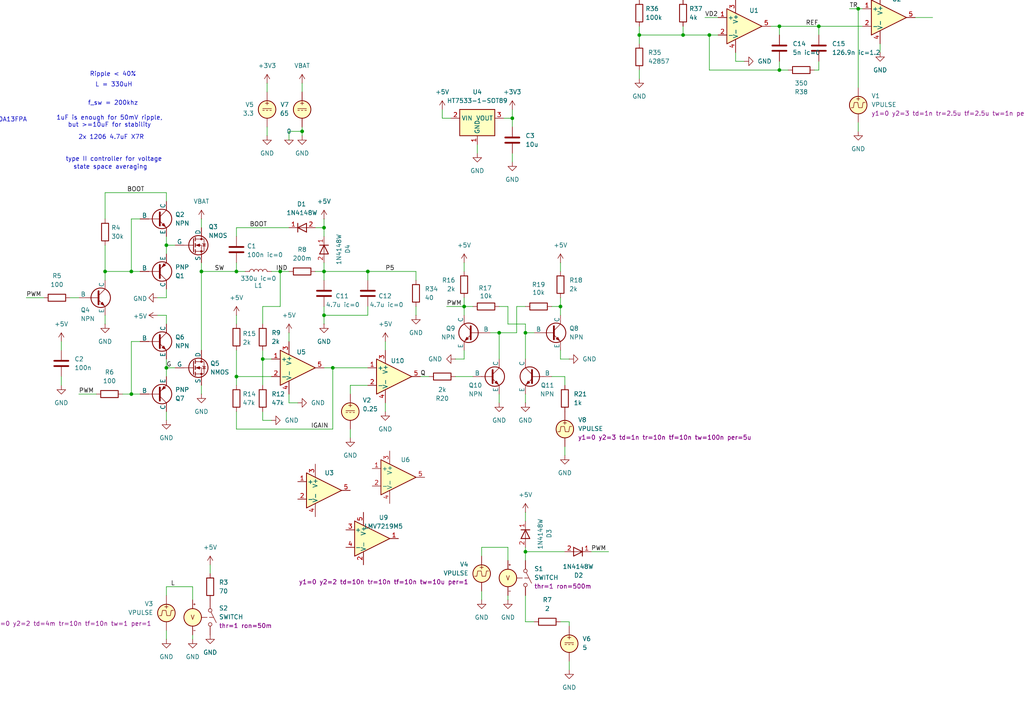
<source format=kicad_sch>
(kicad_sch (version 20250114) (generator "eeschema") (generator_version "9.0")
  (paper "A4")
  (text "f_sw = 200khz" (at 32.766 29.972 0) (effects (font (size 1.27 1.27))))
  (text "ZXMP10A13FPA" (at 0.508 34.798 0) (effects (font (size 1.27 1.27))))
  (text "type II controller for voltage" (at 33.02 46.228 0) (effects (font (size 1.27 1.27))))
  (text "Ripple < 40%" (at 32.766 21.59 0) (effects (font (size 1.27 1.27))))
  (text "2x 1206 4.7uF X7R" (at 32.258 39.878 0) (effects (font (size 1.27 1.27))))
  (text "1uF is enough for 50mV ripple,\nbut >=10uF for stability" (at 31.75 35.306 0) (effects (font (size 1.27 1.27))))
  (text "L = 330uH" (at 33.02 24.638 0) (effects (font (size 1.27 1.27))))
  (text "state space averaging" (at 32.004 48.514 0) (effects (font (size 1.27 1.27))))
  (junction (at 106.68 78.74))
  (junction (at 76.2 104.14))
  (junction (at 185.42 10.16))
  (junction (at 162.56 88.9))
  (junction (at 38.1 114.3))
  (junction (at 226.06 7.62))
  (junction (at 30.48 78.74))
  (junction (at 93.98 91.44))
  (junction (at 96.52 106.68))
  (junction (at 246.38 -31.75))
  (junction (at 226.06 -29.21))
  (junction (at 256.54 -33.02))
  (junction (at 68.58 78.74))
  (junction (at 93.98 78.74))
  (junction (at 134.62 88.9))
  (junction (at 152.4 96.52))
  (junction (at 48.26 106.68))
  (junction (at 226.06 20.32))
  (junction (at 68.58 109.22))
  (junction (at 205.74 10.16))
  (junction (at 93.98 66.04))
  (junction (at 152.4 160.02))
  (junction (at 213.36 -49.53))
  (junction (at 87.63 38.1))
  (junction (at 213.36 -29.21))
  (junction (at 38.1 78.74))
  (junction (at 48.26 71.12))
  (junction (at 185.42 -2.54))
  (junction (at 248.92 2.54))
  (junction (at 144.78 96.52))
  (junction (at 237.49 7.62))
  (junction (at 81.28 78.74))
  (junction (at 58.42 78.74))
  (junction (at 198.12 10.16))
  (junction (at 148.59 34.29))
  (wire (pts (xy 213.36 17.78) (xy 213.36 15.24)))
  (wire (pts (xy 48.26 106.68) (xy 48.26 109.22)))
  (wire (pts (xy 48.26 71.12) (xy 50.8 71.12)))
  (wire (pts (xy 38.1 114.3) (xy 40.64 114.3)))
  (wire (pts (xy 256.54 -22.86) (xy 256.54 -20.32)))
  (wire (pts (xy 152.4 88.9) (xy 149.86 88.9)))
  (wire (pts (xy 121.92 109.22) (xy 124.46 109.22)))
  (wire (pts (xy 83.82 38.1) (xy 87.63 38.1)))
  (wire (pts (xy 77.47 24.13) (xy 77.47 26.67)))
  (wire (pts (xy 265.43 5.08) (xy 270.51 5.08)))
  (wire (pts (xy 93.98 63.5) (xy 93.98 66.04)))
  (wire (pts (xy 134.62 88.9) (xy 137.16 88.9)))
  (wire (pts (xy 129.54 88.9) (xy 134.62 88.9)))
  (wire (pts (xy 87.63 36.83) (xy 87.63 38.1)))
  (wire (pts (xy 226.06 7.62) (xy 237.49 7.62)))
  (wire (pts (xy 68.58 119.38) (xy 68.58 124.46)))
  (wire (pts (xy 30.48 78.74) (xy 30.48 81.28)))
  (wire (pts (xy 35.56 114.3) (xy 38.1 114.3)))
  (wire (pts (xy 48.26 182.88) (xy 48.26 185.42)))
  (wire (pts (xy 30.48 55.88) (xy 48.26 55.88)))
  (wire (pts (xy 152.4 96.52) (xy 154.94 96.52)))
  (wire (pts (xy 106.68 78.74) (xy 120.65 78.74)))
  (wire (pts (xy 193.04 -49.53) (xy 213.36 -49.53)))
  (wire (pts (xy 204.47 5.08) (xy 208.28 5.08)))
  (wire (pts (xy 77.47 36.83) (xy 77.47 39.37)))
  (wire (pts (xy 223.52 -34.29) (xy 228.6 -34.29)))
  (wire (pts (xy 148.59 44.45) (xy 148.59 46.99)))
  (wire (pts (xy 163.83 111.76) (xy 163.83 109.22)))
  (wire (pts (xy 17.78 109.22) (xy 17.78 111.76)))
  (wire (pts (xy 38.1 99.06) (xy 40.64 99.06)))
  (wire (pts (xy 68.58 76.2) (xy 68.58 78.74)))
  (wire (pts (xy 91.44 66.04) (xy 93.98 66.04)))
  (wire (pts (xy 246.38 -31.75) (xy 250.19 -31.75)))
  (wire (pts (xy 205.74 10.16) (xy 208.28 10.16)))
  (wire (pts (xy 30.48 91.44) (xy 30.48 93.98)))
  (wire (pts (xy 246.38 -31.75) (xy 243.84 -31.75)))
  (wire (pts (xy 163.83 109.22) (xy 160.02 109.22)))
  (wire (pts (xy 83.82 96.52) (xy 83.82 99.06)))
  (wire (pts (xy 30.48 78.74) (xy 38.1 78.74)))
  (wire (pts (xy 148.59 34.29) (xy 148.59 36.83)))
  (wire (pts (xy 86.36 116.84) (xy 83.82 116.84)))
  (wire (pts (xy 165.1 191.77) (xy 165.1 194.31)))
  (wire (pts (xy 198.12 -2.54) (xy 195.58 -2.54)))
  (wire (pts (xy 237.49 17.78) (xy 237.49 20.32)))
  (wire (pts (xy 68.58 101.6) (xy 68.58 109.22)))
  (wire (pts (xy 78.74 78.74) (xy 81.28 78.74)))
  (wire (pts (xy 101.6 124.46) (xy 101.6 127)))
  (wire (pts (xy 93.98 88.9) (xy 93.98 91.44)))
  (wire (pts (xy 185.42 10.16) (xy 198.12 10.16)))
  (wire (pts (xy 147.32 88.9) (xy 147.32 93.98)))
  (wire (pts (xy 48.26 86.36) (xy 48.26 83.82)))
  (wire (pts (xy 55.88 170.18) (xy 55.88 173.99)))
  (wire (pts (xy 226.06 20.32) (xy 228.6 20.32)))
  (wire (pts (xy 233.68 -41.91) (xy 233.68 -39.37)))
  (wire (pts (xy 38.1 99.06) (xy 38.1 114.3)))
  (wire (pts (xy 223.52 -29.21) (xy 226.06 -29.21)))
  (wire (pts (xy 58.42 111.76) (xy 58.42 114.3)))
  (wire (pts (xy 30.48 71.12) (xy 30.48 78.74)))
  (wire (pts (xy 162.56 86.36) (xy 162.56 88.9)))
  (wire (pts (xy 236.22 -17.78) (xy 226.06 -17.78)))
  (wire (pts (xy 40.64 63.5) (xy 38.1 63.5)))
  (wire (pts (xy 248.92 35.56) (xy 248.92 38.1)))
  (wire (pts (xy 255.27 -5.08) (xy 255.27 -2.54)))
  (wire (pts (xy 149.86 96.52) (xy 144.78 96.52)))
  (wire (pts (xy 147.32 93.98) (xy 152.4 93.98)))
  (wire (pts (xy 68.58 66.04) (xy 83.82 66.04)))
  (wire (pts (xy 87.63 24.13) (xy 87.63 26.67)))
  (wire (pts (xy 111.76 116.84) (xy 111.76 119.38)))
  (wire (pts (xy 93.98 66.04) (xy 93.98 68.58)))
  (wire (pts (xy 152.4 180.34) (xy 152.4 172.72)))
  (wire (pts (xy 83.82 40.64) (xy 83.82 38.1)))
  (wire (pts (xy 20.32 86.36) (xy 22.86 86.36)))
  (wire (pts (xy 144.78 96.52) (xy 142.24 96.52)))
  (wire (pts (xy 48.26 119.38) (xy 48.26 121.92)))
  (wire (pts (xy 106.68 91.44) (xy 106.68 88.9)))
  (wire (pts (xy 78.74 121.92) (xy 76.2 121.92)))
  (wire (pts (xy 147.32 158.75) (xy 147.32 162.56)))
  (wire (pts (xy 152.4 158.75) (xy 152.4 160.02)))
  (wire (pts (xy 76.2 101.6) (xy 76.2 104.14)))
  (wire (pts (xy 248.92 2.54) (xy 248.92 25.4)))
  (wire (pts (xy 162.56 76.2) (xy 162.56 78.74)))
  (wire (pts (xy 111.76 99.06) (xy 111.76 101.6)))
  (wire (pts (xy 93.98 91.44) (xy 93.98 93.98)))
  (wire (pts (xy 132.08 104.14) (xy 134.62 104.14)))
  (wire (pts (xy 193.04 -31.75) (xy 193.04 -49.53)))
  (wire (pts (xy 144.78 96.52) (xy 144.78 104.14)))
  (wire (pts (xy 198.12 10.16) (xy 198.12 7.62)))
  (wire (pts (xy 93.98 76.2) (xy 93.98 78.74)))
  (wire (pts (xy 144.78 88.9) (xy 147.32 88.9)))
  (wire (pts (xy 7.62 86.36) (xy 12.7 86.36)))
  (wire (pts (xy 45.72 91.44) (xy 48.26 91.44)))
  (wire (pts (xy 93.98 78.74) (xy 106.68 78.74)))
  (wire (pts (xy 45.72 86.36) (xy 48.26 86.36)))
  (wire (pts (xy 55.88 185.42) (xy 55.88 184.15)))
  (wire (pts (xy 248.92 2.54) (xy 250.19 2.54)))
  (wire (pts (xy 256.54 -45.72) (xy 256.54 -43.18)))
  (wire (pts (xy 38.1 78.74) (xy 40.64 78.74)))
  (wire (pts (xy 255.27 12.7) (xy 255.27 15.24)))
  (wire (pts (xy 139.7 161.29) (xy 139.7 158.75)))
  (wire (pts (xy 93.98 91.44) (xy 106.68 91.44)))
  (wire (pts (xy 163.83 129.54) (xy 163.83 132.08)))
  (wire (pts (xy 83.82 116.84) (xy 83.82 114.3)))
  (wire (pts (xy 171.45 160.02) (xy 176.53 160.02)))
  (wire (pts (xy 134.62 76.2) (xy 134.62 78.74)))
  (wire (pts (xy 48.26 104.14) (xy 48.26 106.68)))
  (wire (pts (xy 101.6 111.76) (xy 106.68 111.76)))
  (wire (pts (xy 256.54 -33.02) (xy 256.54 -30.48)))
  (wire (pts (xy 120.65 88.9) (xy 120.65 91.44)))
  (wire (pts (xy 152.4 180.34) (xy 154.94 180.34)))
  (wire (pts (xy 120.65 81.28) (xy 120.65 78.74)))
  (wire (pts (xy 185.42 -2.54) (xy 187.96 -2.54)))
  (wire (pts (xy 87.63 38.1) (xy 87.63 39.37)))
  (wire (pts (xy 17.78 99.06) (xy 17.78 101.6)))
  (wire (pts (xy 68.58 109.22) (xy 68.58 111.76)))
  (wire (pts (xy 68.58 109.22) (xy 78.74 109.22)))
  (wire (pts (xy 76.2 121.92) (xy 76.2 119.38)))
  (wire (pts (xy 68.58 78.74) (xy 71.12 78.74)))
  (wire (pts (xy 76.2 104.14) (xy 78.74 104.14)))
  (wire (pts (xy 162.56 180.34) (xy 165.1 180.34)))
  (wire (pts (xy 226.06 -17.78) (xy 226.06 -29.21)))
  (wire (pts (xy 213.36 -2.54) (xy 213.36 0)))
  (wire (pts (xy 185.42 10.16) (xy 185.42 12.7)))
  (wire (pts (xy 22.86 114.3) (xy 27.94 114.3)))
  (wire (pts (xy 213.36 -49.53) (xy 215.9 -49.53)))
  (wire (pts (xy 139.7 171.45) (xy 139.7 173.99)))
  (wire (pts (xy 246.38 -31.75) (xy 246.38 -49.53)))
  (wire (pts (xy 210.82 -29.21) (xy 213.36 -29.21)))
  (wire (pts (xy 68.58 66.04) (xy 68.58 68.58)))
  (wire (pts (xy 160.02 88.9) (xy 162.56 88.9)))
  (wire (pts (xy 152.4 160.02) (xy 152.4 162.56)))
  (wire (pts (xy 58.42 78.74) (xy 58.42 101.6)))
  (wire (pts (xy 213.36 -39.37) (xy 213.36 -29.21)))
  (wire (pts (xy 213.36 -49.53) (xy 213.36 -46.99)))
  (wire (pts (xy 165.1 104.14) (xy 162.56 104.14)))
  (wire (pts (xy 205.74 10.16) (xy 205.74 20.32)))
  (wire (pts (xy 81.28 88.9) (xy 81.28 78.74)))
  (wire (pts (xy 68.58 124.46) (xy 96.52 124.46)))
  (wire (pts (xy 246.38 -49.53) (xy 223.52 -49.53)))
  (wire (pts (xy 233.68 -24.13) (xy 233.68 -21.59)))
  (wire (pts (xy 30.48 55.88) (xy 30.48 63.5)))
  (wire (pts (xy 134.62 104.14) (xy 134.62 101.6)))
  (wire (pts (xy 226.06 7.62) (xy 226.06 10.16)))
  (wire (pts (xy 237.49 7.62) (xy 250.19 7.62)))
  (wire (pts (xy 60.96 163.83) (xy 60.96 166.37)))
  (wire (pts (xy 132.08 109.22) (xy 137.16 109.22)))
  (wire (pts (xy 226.06 17.78) (xy 226.06 20.32)))
  (wire (pts (xy 101.6 114.3) (xy 101.6 111.76)))
  (wire (pts (xy 185.42 20.32) (xy 185.42 22.86)))
  (wire (pts (xy 152.4 114.3) (xy 152.4 116.84)))
  (wire (pts (xy 48.26 68.58) (xy 48.26 71.12)))
  (wire (pts (xy 226.06 20.32) (xy 205.74 20.32)))
  (wire (pts (xy 128.27 31.75) (xy 128.27 34.29)))
  (wire (pts (xy 226.06 -29.21) (xy 228.6 -29.21)))
  (wire (pts (xy 48.26 55.88) (xy 48.26 58.42)))
  (wire (pts (xy 256.54 -35.56) (xy 256.54 -33.02)))
  (wire (pts (xy 152.4 160.02) (xy 163.83 160.02)))
  (wire (pts (xy 138.43 41.91) (xy 138.43 44.45)))
  (wire (pts (xy 152.4 96.52) (xy 152.4 104.14)))
  (wire (pts (xy 223.52 7.62) (xy 226.06 7.62)))
  (wire (pts (xy 68.58 91.44) (xy 68.58 93.98)))
  (wire (pts (xy 256.54 -33.02) (xy 260.35 -33.02)))
  (wire (pts (xy 162.56 88.9) (xy 162.56 91.44)))
  (wire (pts (xy 147.32 173.99) (xy 147.32 172.72)))
  (wire (pts (xy 96.52 106.68) (xy 96.52 124.46)))
  (wire (pts (xy 128.27 34.29) (xy 130.81 34.29)))
  (wire (pts (xy 243.84 -17.78) (xy 246.38 -17.78)))
  (wire (pts (xy 38.1 63.5) (xy 38.1 78.74)))
  (wire (pts (xy 190.5 -26.67) (xy 195.58 -26.67)))
  (wire (pts (xy 76.2 88.9) (xy 76.2 93.98)))
  (wire (pts (xy 200.66 -39.37) (xy 200.66 -36.83)))
  (wire (pts (xy 149.86 88.9) (xy 149.86 96.52)))
  (wire (pts (xy 96.52 106.68) (xy 106.68 106.68)))
  (wire (pts (xy 215.9 17.78) (xy 213.36 17.78)))
  (wire (pts (xy 185.42 7.62) (xy 185.42 10.16)))
  (wire (pts (xy 148.59 34.29) (xy 146.05 34.29)))
  (wire (pts (xy 162.56 104.14) (xy 162.56 101.6)))
  (wire (pts (xy 152.4 93.98) (xy 152.4 96.52)))
  (wire (pts (xy 134.62 86.36) (xy 134.62 88.9)))
  (wire (pts (xy 93.98 81.28) (xy 93.98 78.74)))
  (wire (pts (xy 198.12 0) (xy 198.12 -2.54)))
  (wire (pts (xy 148.59 31.75) (xy 148.59 34.29)))
  (wire (pts (xy 213.36 -29.21) (xy 215.9 -29.21)))
  (wire (pts (xy 48.26 170.18) (xy 55.88 170.18)))
  (wire (pts (xy 83.82 78.74) (xy 81.28 78.74)))
  (wire (pts (xy 246.38 -17.78) (xy 246.38 -31.75)))
  (wire (pts (xy 134.62 88.9) (xy 134.62 91.44)))
  (wire (pts (xy 48.26 71.12) (xy 48.26 73.66)))
  (wire (pts (xy 58.42 76.2) (xy 58.42 78.74)))
  (wire (pts (xy 193.04 -31.75) (xy 195.58 -31.75)))
  (wire (pts (xy 198.12 10.16) (xy 205.74 10.16)))
  (wire (pts (xy 58.42 78.74) (xy 68.58 78.74)))
  (wire (pts (xy 48.26 91.44) (xy 48.26 93.98)))
  (wire (pts (xy 48.26 172.72) (xy 48.26 170.18)))
  (wire (pts (xy 76.2 88.9) (xy 81.28 88.9)))
  (wire (pts (xy 58.42 63.5) (xy 58.42 66.04)))
  (wire (pts (xy 91.44 78.74) (xy 93.98 78.74)))
  (wire (pts (xy 93.98 106.68) (xy 96.52 106.68)))
  (wire (pts (xy 200.66 -21.59) (xy 200.66 -19.05)))
  (wire (pts (xy 48.26 106.68) (xy 50.8 106.68)))
  (wire (pts (xy 106.68 78.74) (xy 106.68 81.28)))
  (wire (pts (xy 185.42 0) (xy 185.42 -2.54)))
  (wire (pts (xy 237.49 10.16) (xy 237.49 7.62)))
  (wire (pts (xy 76.2 104.14) (xy 76.2 111.76)))
  (wire (pts (xy 237.49 20.32) (xy 236.22 20.32)))
  (wire (pts (xy 139.7 158.75) (xy 147.32 158.75)))
  (wire (pts (xy 246.38 2.54) (xy 248.92 2.54)))
  (wire (pts (xy 144.78 114.3) (xy 144.78 116.84)))
  (wire (pts (xy 165.1 181.61) (xy 165.1 180.34)))
  (wire (pts (xy 152.4 148.59) (xy 152.4 151.13)))
  (label "Q" (at 121.92 109.22 0))
  (label "BOOT" (at 72.39 66.04 0))
  (label "VD2" (at 190.5 -26.67 0))
  (label "VD2" (at 204.47 5.08 0))
  (label "P5" (at 111.76 78.74 0))
  (label "TR" (at 246.38 2.54 0))
  (label "IGAIN" (at 90.17 124.46 0))
  (label "VD2" (at 256.54 -33.02 0))
  (label "IND" (at 80.01 78.74 0))
  (label "PWM" (at 171.45 160.02 0))
  (label "BOOT" (at 36.83 55.88 0))
  (label "PWM" (at 22.86 114.3 0))
  (label "TR2" (at 246.38 -31.75 0))
  (label "VD2" (at 223.52 -34.29 0))
  (label "PWM" (at 129.54 88.9 0))
  (label "REF" (at 233.68 7.62 0))
  (label "L" (at 49.53 170.18 0))
  (label "SQ" (at 210.82 -29.21 0))
  (label "PWM" (at 7.62 86.36 0))
  (label "SW" (at 62.23 78.74 0))
  (label "G" (at 48.26 106.68 0))
  (symbol (lib_id "Simulation_SPICE:D") (at 152.4 154.94 90) (mirror x) (unit 1)
    (property "Reference" "D3" (at 159.258 153.416 0) (effects (justify left)))
    (property "Value" "1N4148W" (at 156.718 150.368 0) (effects (justify left)))
    (property "Datasheet" "https://ngspice.sourceforge.io/docs/ngspice-html-manual/manual.xhtml#cha_DIODEs" (effects (hide yes)))
    (property "Description" "Diode for simulation or PCB" (effects (hide yes)))
    (property "Sim.Library" "/home/miguel/Projects/kicad-lib/spice/1n4148w.spice" (effects (hide yes)))
    (property "Sim.Name" "1N4148W" (effects (hide yes)))
    (property "Sim.Device" "D" (effects (hide yes)))
    (property "Sim.Pins" "1=K 2=A" (effects (hide yes)))
  )
  (symbol (lib_id "Simulation_SPICE:NPN") (at 137.16 96.52 0) (mirror y) (unit 1)
    (property "Reference" "Q9" (at 132.08 95.2499 0) (effects (justify left)))
    (property "Value" "NPN" (at 132.08 97.7899 0) (effects (justify left)))
    (property "Datasheet" "https://ngspice.sourceforge.io/docs/ngspice-html-manual/manual.xhtml#cha_BJTs" (effects (hide yes)))
    (property "Description" "Bipolar transistor symbol for simulation only, substrate tied to the emitter" (effects (hide yes)))
    (property "Sim.Device" "NPN" (effects (hide yes)))
    (property "Sim.Type" "GUMMELPOON" (effects (hide yes)))
    (property "Sim.Pins" "1=C 2=B 3=E" (effects (hide yes)))
  )
  (symbol (lib_id "power:+5V") (at 111.76 99.06 0) (unit 1)
    (property "Reference" "#PWR037" (effects (hide yes)))
    (property "Value" "+5V" (at 111.76 93.98 0))
    (property "Description" "Power symbol creates a global label with name \"+5V\"" (effects (hide yes)))
  )
  (symbol (lib_id "Device:R") (at 219.71 -29.21 270) (unit 1) (exclude_from_sim yes)
    (property "Reference" "R13" (at 219.71 -22.86 90))
    (property "Value" "63k" (at 219.71 -25.4 90))
    (property "Description" "Resistor" (effects (hide yes)))
  )
  (symbol (lib_id "Simulation_SPICE:VDC") (at 101.6 119.38 0) (unit 1)
    (property "Reference" "V2" (at 105.156 116.078 0) (effects (justify left)))
    (property "Value" "0.25" (at 105.156 118.618 0) (effects (justify left)))
    (property "Datasheet" "https://ngspice.sourceforge.io/docs/ngspice-html-manual/manual.xhtml#sec_Independent_Sources_for" (effects (hide yes)))
    (property "Description" "Voltage source, DC" (effects (hide yes)))
    (property "Sim.Pins" "1=+ 2=-" (effects (hide yes)))
    (property "Sim.Type" "DC" (effects (hide yes)))
    (property "Sim.Device" "V" (effects (hide yes)))
  )
  (symbol (lib_id "Simulation_SPICE:NMOS") (at 55.88 71.12 0) (unit 1)
    (property "Reference" "Q3" (at 60.452 65.786 0) (effects (justify left)))
    (property "Value" "NMOS" (at 60.452 68.326 0) (effects (justify left)))
    (property "Datasheet" "https://ngspice.sourceforge.io/docs/ngspice-html-manual/manual.xhtml#cha_MOSFETs" (effects (hide yes)))
    (property "Description" "N-MOSFET transistor, drain/source/gate" (effects (hide yes)))
    (property "Sim.Device" "NMOS" (effects (hide yes)))
    (property "Sim.Type" "VDMOS" (effects (hide yes)))
    (property "Sim.Pins" "1=D 2=G 3=S" (effects (hide yes)))
    (property "Sim.Params" "vto=2 cgdmax=1e-10 cgs=1e-10" (effects (hide yes)))
  )
  (symbol (lib_id "power:GND") (at 255.27 15.24 0) (unit 1) (exclude_from_sim yes)
    (property "Reference" "#PWR016" (effects (hide yes)))
    (property "Value" "GND" (at 255.27 20.32 0))
    (property "Description" "Power symbol creates a global label with name \"GND\" , ground" (effects (hide yes)))
  )
  (symbol (lib_id "Device:C") (at 148.59 40.64 0) (unit 1) (exclude_from_sim yes)
    (property "Reference" "C3" (at 152.4 39.3699 0) (effects (justify left)))
    (property "Value" "10u" (at 152.4 41.9099 0) (effects (justify left)))
    (property "Footprint" "Resistor_SMD:R_0603_1608Metric" (effects (hide yes)))
    (property "Description" "Unpolarized capacitor" (effects (hide yes)))
    (property "LCSC" "C19702" (effects (hide yes)))
  )
  (symbol (lib_id "power:+5V") (at 45.72 91.44 90) (unit 1)
    (property "Reference" "#PWR014" (effects (hide yes)))
    (property "Value" "+5V" (at 40.64 91.694 90))
    (property "Description" "Power symbol creates a global label with name \"+5V\"" (effects (hide yes)))
  )
  (symbol (lib_id "Device:R") (at 219.71 -49.53 90) (unit 1) (exclude_from_sim yes)
    (property "Reference" "R10" (at 219.71 -55.88 90))
    (property "Value" "20k" (at 219.71 -53.34 90))
    (property "Description" "Resistor" (effects (hide yes)))
  )
  (symbol (lib_id "Simulation_SPICE:OPAMP") (at 236.22 -31.75 0) (unit 1) (exclude_from_sim yes)
    (property "Reference" "U7" (at 237.998 -37.7191 0))
    (property "Value" "${SIM.PARAMS}" (effects (hide yes)))
    (property "Datasheet" "https://ngspice.sourceforge.io/docs/ngspice-html-manual/manual.xhtml#sec__SUBCKT_Subcircuits" (effects (hide yes)))
    (property "Description" "Operational amplifier, single" (effects (hide yes)))
    (property "Sim.Pins" "1=in+ 2=in- 3=vcc 4=vee 5=out" (effects (hide yes)))
    (property "Sim.Device" "SUBCKT" (effects (hide yes)))
    (property "Sim.Library" "${KICAD9_SYMBOL_DIR}/Simulation_SPICE.sp" (effects (hide yes)))
    (property "Sim.Name" "kicad_builtin_opamp" (effects (hide yes)))
    (property "Sim.Params" "POLE=70 GAIN=100k ROUT=1m" (effects (hide yes)))
  )
  (symbol (lib_id "Device:L") (at 74.93 78.74 90) (unit 1)
    (property "Reference" "L1" (at 74.93 82.804 90))
    (property "Value" "330u ic=0" (at 74.93 80.772 90))
    (property "Description" "Inductor" (effects (hide yes)))
  )
  (symbol (lib_id "power:GND") (at 144.78 116.84 0) (unit 1)
    (property "Reference" "#PWR048" (effects (hide yes)))
    (property "Value" "GND" (at 144.78 121.92 0))
    (property "Description" "Power symbol creates a global label with name \"GND\" , ground" (effects (hide yes)))
  )
  (symbol (lib_id "power:GND") (at 48.26 121.92 0) (unit 1)
    (property "Reference" "#PWR01" (effects (hide yes)))
    (property "Value" "GND" (at 48.26 127 0))
    (property "Description" "Power symbol creates a global label with name \"GND\" , ground" (effects (hide yes)))
  )
  (symbol (lib_id "power:GND") (at 77.47 39.37 0) (unit 1)
    (property "Reference" "#PWR050" (effects (hide yes)))
    (property "Value" "GND" (at 77.47 44.45 0))
    (property "Description" "Power symbol creates a global label with name \"GND\" , ground" (effects (hide yes)))
  )
  (symbol (lib_id "Simulation_SPICE:VPULSE") (at 248.92 30.48 0) (unit 1) (exclude_from_sim yes)
    (property "Reference" "V1" (at 252.73 27.8101 0) (effects (justify left)))
    (property "Value" "VPULSE" (at 252.73 30.3501 0) (effects (justify left)))
    (property "Datasheet" "https://ngspice.sourceforge.io/docs/ngspice-html-manual/manual.xhtml#sec_Independent_Sources_for" (effects (hide yes)))
    (property "Description" "Voltage source, pulse" (effects (hide yes)))
    (property "Sim.Pins" "1=+ 2=-" (effects (hide yes)))
    (property "Sim.Type" "PULSE" (effects (hide yes)))
    (property "Sim.Device" "V" (effects (hide yes)))
    (property "Sim.Params" "y1=0 y2=3 td=1n tr=2.5u tf=2.5u tw=1n per=5u" (at 252.73 32.8901 0) (effects (justify left)))
  )
  (symbol (lib_id "Device:C") (at 226.06 13.97 180) (unit 1) (exclude_from_sim yes)
    (property "Reference" "C14" (at 229.87 12.6999 0) (effects (justify right)))
    (property "Value" "5n ic=0" (at 229.87 15.2399 0) (effects (justify right)))
    (property "Description" "Unpolarized capacitor" (effects (hide yes)))
  )
  (symbol (lib_id "power:VCC") (at 77.47 24.13 0) (unit 1)
    (property "Reference" "#PWR019" (effects (hide yes)))
    (property "Value" "+3V3" (at 77.47 19.05 0))
    (property "Description" "Power symbol creates a global label with name \"VCC\"" (effects (hide yes)))
  )
  (symbol (lib_id "Comparator:LMV7219M5") (at 107.95 156.21 0) (unit 1) (exclude_from_sim yes)
    (property "Reference" "U9" (at 111.252 150.114 0))
    (property "Value" "LMV7219M5" (at 111.252 152.654 0))
    (property "Footprint" "Package_TO_SOT_SMD:SOT-23-5" (effects (hide yes)))
    (property "Datasheet" "https://www.ti.com/lit/ds/symlink/lmv7219.pdf" (effects (hide yes)))
    (property "Description" "Single Low-Power High-Speed Push-Pull Output Comparator, SOT-23-5" (effects (hide yes)))
    (property "Sim.Library" "/home/miguel/Projects/kicad-lib/spice/lmv7219.spice" (effects (hide yes)))
    (property "Sim.Name" "LMV7219" (effects (hide yes)))
    (property "Sim.Device" "SUBCKT" (effects (hide yes)))
    (property "Sim.Pins" "1=18 2=2 3=22 4=6 5=1" (effects (hide yes)))
  )
  (symbol (lib_id "Device:R") (at 185.42 16.51 0) (unit 1) (exclude_from_sim yes)
    (property "Reference" "R35" (at 187.96 15.2399 0) (effects (justify left)))
    (property "Value" "42857" (at 187.96 17.7799 0) (effects (justify left)))
    (property "Description" "Resistor" (effects (hide yes)))
  )
  (symbol (lib_id "Simulation_SPICE:NPN") (at 45.72 99.06 0) (unit 1)
    (property "Reference" "Q6" (at 50.8 97.7899 0) (effects (justify left)))
    (property "Value" "NPN" (at 50.8 100.3299 0) (effects (justify left)))
    (property "Datasheet" "https://ngspice.sourceforge.io/docs/ngspice-html-manual/manual.xhtml#cha_BJTs" (effects (hide yes)))
    (property "Description" "Bipolar transistor symbol for simulation only, substrate tied to the emitter" (effects (hide yes)))
    (property "Sim.Device" "NPN" (effects (hide yes)))
    (property "Sim.Type" "GUMMELPOON" (effects (hide yes)))
    (property "Sim.Pins" "1=C 2=B 3=E" (effects (hide yes)))
    (property "Sim.Params" "bf=1000" (effects (hide yes)))
  )
  (symbol (lib_id "Device:R") (at 128.27 109.22 90) (mirror x) (unit 1)
    (property "Reference" "R20" (at 128.27 115.57 90))
    (property "Value" "2k" (at 128.27 113.03 90))
    (property "Description" "Resistor" (effects (hide yes)))
  )
  (symbol (lib_id "power:GND") (at 185.42 22.86 0) (unit 1) (exclude_from_sim yes)
    (property "Reference" "#PWR033" (effects (hide yes)))
    (property "Value" "GND" (at 185.42 27.94 0))
    (property "Description" "Power symbol creates a global label with name \"GND\" , ground" (effects (hide yes)))
  )
  (symbol (lib_id "power:GND") (at 55.88 185.42 0) (unit 1)
    (property "Reference" "#PWR09" (effects (hide yes)))
    (property "Value" "GND" (at 55.88 190.5 0))
    (property "Description" "Power symbol creates a global label with name \"GND\" , ground" (effects (hide yes)))
  )
  (symbol (lib_id "Regulator_Linear:HT75xx-1-SOT89") (at 138.43 36.83 0) (unit 1) (exclude_from_sim yes)
    (property "Reference" "U4" (at 138.43 26.67 0))
    (property "Value" "HT7533-1-SOT89" (at 138.43 29.21 0))
    (property "Footprint" "Package_TO_SOT_SMD:SOT-89-3" (effects (hide yes)))
    (property "Datasheet" "https://www.holtek.com/documents/10179/116711/HT75xx-1v250.pdf" (effects (hide yes)))
    (property "Description" "100mA Low Dropout Voltage Regulator, Fixed Output, SOT89" (effects (hide yes)))
    (property "LCSC" "C14289" (effects (hide yes)))
  )
  (symbol (lib_id "Device:R") (at 140.97 88.9 90) (mirror x) (unit 1)
    (property "Reference" "R17" (at 140.716 83.566 90))
    (property "Value" "10k" (at 140.97 85.852 90))
    (property "Description" "Resistor" (effects (hide yes)))
  )
  (symbol (lib_id "power:+5V") (at 68.58 91.44 0) (unit 1)
    (property "Reference" "#PWR031" (effects (hide yes)))
    (property "Value" "+5V" (at 68.58 86.36 0))
    (property "Description" "Power symbol creates a global label with name \"+5V\"" (effects (hide yes)))
  )
  (symbol (lib_id "power:GND") (at 139.7 173.99 0) (mirror y) (unit 1)
    (property "Reference" "#PWR015" (effects (hide yes)))
    (property "Value" "GND" (at 139.7 179.07 0))
    (property "Description" "Power symbol creates a global label with name \"GND\" , ground" (effects (hide yes)))
  )
  (symbol (lib_id "Device:R") (at 76.2 97.79 0) (unit 1)
    (property "Reference" "R9" (at 78.74 96.5199 0) (effects (justify left)))
    (property "Value" "2k" (at 78.74 99.0599 0) (effects (justify left)))
    (property "Description" "Resistor" (effects (hide yes)))
  )
  (symbol (lib_id "Simulation_SPICE:SWITCH") (at 60.96 179.07 0) (unit 1)
    (property "Reference" "S2" (at 63.5 176.4029 0) (effects (justify left)))
    (property "Value" "SWITCH" (at 63.5 178.9429 0) (effects (justify left)))
    (property "Datasheet" "https://ngspice.sourceforge.io/docs/ngspice-html-manual/manual.xhtml#subsec_Switches" (effects (hide yes)))
    (property "Description" "Voltage controlled switch symbol for simulation only" (effects (hide yes)))
    (property "Sim.Device" "SW" (effects (hide yes)))
    (property "Sim.Type" "V" (effects (hide yes)))
    (property "Sim.Params" "thr=1 ron=50m" (at 63.5 181.4829 0) (effects (justify left)))
    (property "Sim.Pins" "1=no+ 2=no- 3=ctrl+ 4=ctrl-" (effects (hide yes)))
  )
  (symbol (lib_id "Simulation_SPICE:NMOS") (at 55.88 106.68 0) (unit 1)
    (property "Reference" "Q5" (at 60.96 105.41 0) (effects (justify left)))
    (property "Value" "NMOS" (at 60.96 107.95 0) (effects (justify left)))
    (property "Datasheet" "https://ngspice.sourceforge.io/docs/ngspice-html-manual/manual.xhtml#cha_MOSFETs" (effects (hide yes)))
    (property "Description" "N-MOSFET transistor, drain/source/gate" (effects (hide yes)))
    (property "Sim.Device" "NMOS" (effects (hide yes)))
    (property "Sim.Type" "VDMOS" (effects (hide yes)))
    (property "Sim.Pins" "1=D 2=G 3=S" (effects (hide yes)))
    (property "Sim.Params" "vto=2 cgdmax=1e-10 cgs=1e-10" (effects (hide yes)))
  )
  (symbol (lib_id "Simulation_SPICE:OPAMP") (at 114.3 109.22 0) (unit 1)
    (property "Reference" "U10" (at 115.316 104.648 0))
    (property "Value" "${SIM.PARAMS}" (at 123.19 105.9749 0))
    (property "Datasheet" "https://ngspice.sourceforge.io/docs/ngspice-html-manual/manual.xhtml#sec__SUBCKT_Subcircuits" (effects (hide yes)))
    (property "Description" "Operational amplifier, single" (effects (hide yes)))
    (property "Sim.Device" "SUBCKT" (effects (hide yes)))
    (property "Sim.Library" "/home/miguel/Projects/kicad-lib/spice/opamp.spice" (effects (hide yes)))
    (property "Sim.Name" "OPAMP1" (effects (hide yes)))
    (property "Sim.Pins" "1=1 2=2 5=6" (effects (hide yes)))
  )
  (symbol (lib_id "power:GND") (at 101.6 127 0) (unit 1)
    (property "Reference" "#PWR039" (effects (hide yes)))
    (property "Value" "GND" (at 101.6 132.08 0))
    (property "Description" "Power symbol creates a global label with name \"GND\" , ground" (effects (hide yes)))
  )
  (symbol (lib_id "power:+3V3") (at 148.59 31.75 0) (unit 1) (exclude_from_sim yes)
    (property "Reference" "#PWR025" (effects (hide yes)))
    (property "Value" "+3V3" (at 148.59 26.67 0))
    (property "Description" "Power symbol creates a global label with name \"+3V3\"" (effects (hide yes)))
  )
  (symbol (lib_id "Simulation_SPICE:OPAMP") (at 215.9 7.62 0) (unit 1) (exclude_from_sim yes)
    (property "Reference" "U1" (at 218.694 3.048 0))
    (property "Value" "${SIM.PARAMS}" (effects (hide yes)))
    (property "Datasheet" "https://ngspice.sourceforge.io/docs/ngspice-html-manual/manual.xhtml#sec__SUBCKT_Subcircuits" (effects (hide yes)))
    (property "Description" "Operational amplifier, single" (effects (hide yes)))
    (property "Sim.Pins" "1=in+ 2=in- 3=vcc 4=vee 5=out" (effects (hide yes)))
    (property "Sim.Device" "SUBCKT" (effects (hide yes)))
    (property "Sim.Library" "${KICAD9_SYMBOL_DIR}/Simulation_SPICE.sp" (effects (hide yes)))
    (property "Sim.Name" "kicad_builtin_opamp" (effects (hide yes)))
    (property "Sim.Params" "POLE=70 GAIN=100k ROUT=1m" (effects (hide yes)))
  )
  (symbol (lib_id "Simulation_SPICE:OPAMP") (at 93.98 142.24 0) (unit 1) (exclude_from_sim yes)
    (property "Reference" "U3" (at 95.504 137.16 0))
    (property "Value" "${SIM.PARAMS}" (effects (hide yes)))
    (property "Datasheet" "https://ngspice.sourceforge.io/docs/ngspice-html-manual/manual.xhtml#sec__SUBCKT_Subcircuits" (effects (hide yes)))
    (property "Description" "Operational amplifier, single" (effects (hide yes)))
    (property "Sim.Pins" "1=in+ 2=in- 3=vcc 4=vee 5=out" (effects (hide yes)))
    (property "Sim.Device" "SUBCKT" (effects (hide yes)))
    (property "Sim.Library" "${KICAD9_SYMBOL_DIR}/Simulation_SPICE.sp" (effects (hide yes)))
    (property "Sim.Name" "kicad_builtin_opamp" (effects (hide yes)))
    (property "Sim.Params" "POLE=70 GAIN=100k ROUT=1m" (effects (hide yes)))
  )
  (symbol (lib_id "Device:C") (at 17.78 105.41 0) (unit 1)
    (property "Reference" "C2" (at 21.59 104.1399 0) (effects (justify left)))
    (property "Value" "100n" (at 21.59 106.6799 0) (effects (justify left)))
    (property "Description" "Unpolarized capacitor" (effects (hide yes)))
  )
  (symbol (lib_id "power:GND") (at 165.1 194.31 0) (unit 1)
    (property "Reference" "#PWR020" (effects (hide yes)))
    (property "Value" "GND" (at 165.1 199.39 0))
    (property "Description" "Power symbol creates a global label with name \"GND\" , ground" (effects (hide yes)))
  )
  (symbol (lib_id "power:GND") (at 256.54 -20.32 0) (unit 1) (exclude_from_sim yes)
    (property "Reference" "#PWR05" (effects (hide yes)))
    (property "Value" "GND" (at 256.54 -15.24 0))
    (property "Description" "Power symbol creates a global label with name \"GND\" , ground" (effects (hide yes)))
  )
  (symbol (lib_id "Device:R") (at 232.41 20.32 90) (mirror x) (unit 1) (exclude_from_sim yes)
    (property "Reference" "R38" (at 232.41 26.67 90))
    (property "Value" "350" (at 232.41 24.13 90))
    (property "Description" "Resistor" (effects (hide yes)))
  )
  (symbol (lib_id "power:+3V3") (at 256.54 -45.72 0) (unit 1) (exclude_from_sim yes)
    (property "Reference" "#PWR04" (effects (hide yes)))
    (property "Value" "+3V3" (at 256.54 -50.8 0))
    (property "Description" "Power symbol creates a global label with name \"+3V3\"" (effects (hide yes)))
  )
  (symbol (lib_id "Simulation_SPICE:D") (at 93.98 72.39 90) (mirror x) (unit 1)
    (property "Reference" "D4" (at 100.838 70.866 0) (effects (justify left)))
    (property "Value" "1N4148W" (at 98.298 67.818 0) (effects (justify left)))
    (property "Datasheet" "https://ngspice.sourceforge.io/docs/ngspice-html-manual/manual.xhtml#cha_DIODEs" (effects (hide yes)))
    (property "Description" "Diode for simulation or PCB" (effects (hide yes)))
    (property "Sim.Library" "/home/miguel/Projects/kicad-lib/spice/1n4148w.spice" (effects (hide yes)))
    (property "Sim.Name" "1N4148W" (effects (hide yes)))
    (property "Sim.Device" "D" (effects (hide yes)))
    (property "Sim.Pins" "1=K 2=A" (effects (hide yes)))
  )
  (symbol (lib_id "power:+5V") (at 152.4 148.59 0) (unit 1)
    (property "Reference" "#PWR018" (effects (hide yes)))
    (property "Value" "+5V" (at 152.4 143.51 0))
    (property "Description" "Power symbol creates a global label with name \"+5V\"" (effects (hide yes)))
  )
  (symbol (lib_id "power:GND") (at 78.74 121.92 90) (unit 1)
    (property "Reference" "#PWR032" (effects (hide yes)))
    (property "Value" "GND" (at 82.55 121.9199 90) (effects (justify right)))
    (property "Description" "Power symbol creates a global label with name \"GND\" , ground" (effects (hide yes)))
  )
  (symbol (lib_id "Device:C") (at 237.49 13.97 180) (unit 1) (exclude_from_sim yes)
    (property "Reference" "C15" (at 241.3 12.6999 0) (effects (justify right)))
    (property "Value" "126.9n ic=1.2" (at 241.3 15.2399 0) (effects (justify right)))
    (property "Description" "Unpolarized capacitor" (effects (hide yes)))
  )
  (symbol (lib_id "Device:R") (at 31.75 114.3 90) (unit 1)
    (property "Reference" "R6" (at 31.75 107.95 90))
    (property "Value" "100" (at 31.75 110.49 90))
    (property "Description" "Resistor" (effects (hide yes)))
  )
  (symbol (lib_id "power:+5V") (at 162.56 76.2 0) (unit 1)
    (property "Reference" "#PWR045" (effects (hide yes)))
    (property "Value" "+5V" (at 162.56 71.12 0))
    (property "Description" "Power symbol creates a global label with name \"+5V\"" (effects (hide yes)))
  )
  (symbol (lib_id "power:+5V") (at 17.78 99.06 0) (unit 1)
    (property "Reference" "#PWR036" (effects (hide yes)))
    (property "Value" "+5V" (at 17.78 93.98 0))
    (property "Description" "Power symbol creates a global label with name \"+5V\"" (effects (hide yes)))
  )
  (symbol (lib_id "Device:R") (at 156.21 88.9 90) (unit 1)
    (property "Reference" "R19" (at 156.21 82.55 90))
    (property "Value" "10k" (at 156.21 84.836 90))
    (property "Description" "Resistor" (effects (hide yes)))
  )
  (symbol (lib_id "power:+5V") (at 83.82 96.52 0) (unit 1)
    (property "Reference" "#PWR023" (effects (hide yes)))
    (property "Value" "+5V" (at 83.82 91.44 0))
    (property "Description" "Power symbol creates a global label with name \"+5V\"" (effects (hide yes)))
  )
  (symbol (lib_id "Simulation_SPICE:D") (at 167.64 160.02 0) (mirror y) (unit 1)
    (property "Reference" "D2" (at 169.164 166.878 0) (effects (justify left)))
    (property "Value" "1N4148W" (at 172.212 164.338 0) (effects (justify left)))
    (property "Datasheet" "https://ngspice.sourceforge.io/docs/ngspice-html-manual/manual.xhtml#cha_DIODEs" (effects (hide yes)))
    (property "Description" "Diode for simulation or PCB" (effects (hide yes)))
    (property "Sim.Library" "/home/miguel/Projects/kicad-lib/spice/1n4148w.spice" (effects (hide yes)))
    (property "Sim.Name" "1N4148W" (effects (hide yes)))
    (property "Sim.Device" "D" (effects (hide yes)))
    (property "Sim.Pins" "1=K 2=A" (effects (hide yes)))
  )
  (symbol (lib_id "power:GND") (at 148.59 46.99 0) (unit 1) (exclude_from_sim yes)
    (property "Reference" "#PWR026" (effects (hide yes)))
    (property "Value" "GND" (at 148.59 52.07 0))
    (property "Description" "Power symbol creates a global label with name \"GND\" , ground" (effects (hide yes)))
  )
  (symbol (lib_id "Simulation_SPICE:VDC") (at 165.1 186.69 0) (unit 1)
    (property "Reference" "V6" (at 168.91 185.2901 0) (effects (justify left)))
    (property "Value" "5" (at 168.91 187.8301 0) (effects (justify left)))
    (property "Datasheet" "https://ngspice.sourceforge.io/docs/ngspice-html-manual/manual.xhtml#sec_Independent_Sources_for" (effects (hide yes)))
    (property "Description" "Voltage source, DC" (effects (hide yes)))
    (property "Sim.Pins" "1=+ 2=-" (effects (hide yes)))
    (property "Sim.Type" "DC" (effects (hide yes)))
    (property "Sim.Device" "V" (effects (hide yes)))
  )
  (symbol (lib_id "Simulation_SPICE:NPN") (at 160.02 96.52 0) (unit 1)
    (property "Reference" "Q8" (at 165.1 95.2499 0) (effects (justify left)))
    (property "Value" "NPN" (at 165.1 97.7899 0) (effects (justify left)))
    (property "Datasheet" "https://ngspice.sourceforge.io/docs/ngspice-html-manual/manual.xhtml#cha_BJTs" (effects (hide yes)))
    (property "Description" "Bipolar transistor symbol for simulation only, substrate tied to the emitter" (effects (hide yes)))
    (property "Sim.Device" "NPN" (effects (hide yes)))
    (property "Sim.Type" "GUMMELPOON" (effects (hide yes)))
    (property "Sim.Pins" "1=C 2=B 3=E" (effects (hide yes)))
  )
  (symbol (lib_id "Device:R") (at 158.75 180.34 90) (unit 1)
    (property "Reference" "R7" (at 158.75 173.99 90))
    (property "Value" "2" (at 158.75 176.53 90))
    (property "Description" "Resistor" (effects (hide yes)))
  )
  (symbol (lib_id "Device:R") (at 163.83 115.57 0) (unit 1)
    (property "Reference" "R21" (at 166.37 114.2999 0) (effects (justify left)))
    (property "Value" "1k" (at 166.37 116.8399 0) (effects (justify left)))
    (property "Description" "Resistor" (effects (hide yes)))
  )
  (symbol (lib_id "power:GND") (at 200.66 -19.05 0) (unit 1) (exclude_from_sim yes)
    (property "Reference" "#PWR010" (effects (hide yes)))
    (property "Value" "GND" (at 200.66 -13.97 0))
    (property "Description" "Power symbol creates a global label with name \"GND\" , ground" (effects (hide yes)))
  )
  (symbol (lib_id "Device:R") (at 68.58 115.57 180) (unit 1)
    (property "Reference" "R14" (at 70.358 114.3 0) (effects (justify right)))
    (property "Value" "47k" (at 70.358 116.84 0) (effects (justify right)))
    (property "Description" "Resistor" (effects (hide yes)))
  )
  (symbol (lib_id "Simulation_SPICE:SWITCH") (at 152.4 167.64 0) (unit 1)
    (property "Reference" "S1" (at 154.94 164.9729 0) (effects (justify left)))
    (property "Value" "SWITCH" (at 154.94 167.5129 0) (effects (justify left)))
    (property "Datasheet" "https://ngspice.sourceforge.io/docs/ngspice-html-manual/manual.xhtml#subsec_Switches" (effects (hide yes)))
    (property "Description" "Voltage controlled switch symbol for simulation only" (effects (hide yes)))
    (property "Sim.Device" "SW" (effects (hide yes)))
    (property "Sim.Type" "V" (effects (hide yes)))
    (property "Sim.Params" "thr=1 ron=500m" (at 154.94 170.0529 0) (effects (justify left)))
    (property "Sim.Pins" "1=no+ 2=no- 3=ctrl+ 4=ctrl-" (effects (hide yes)))
  )
  (symbol (lib_id "power:VCC") (at 58.42 63.5 0) (unit 1)
    (property "Reference" "#PWR047" (effects (hide yes)))
    (property "Value" "VBAT" (at 58.42 58.42 0))
    (property "Description" "Power symbol creates a global label with name \"VCC\"" (effects (hide yes)))
  )
  (symbol (lib_id "Device:R") (at 256.54 -26.67 0) (unit 1) (exclude_from_sim yes)
    (property "Reference" "R2" (at 259.08 -27.9401 0) (effects (justify left)))
    (property "Value" "8.2k" (at 259.08 -25.4001 0) (effects (justify left)))
    (property "Description" "Resistor" (effects (hide yes)))
  )
  (symbol (lib_id "Simulation_SPICE:NPN") (at 142.24 109.22 0) (unit 1)
    (property "Reference" "Q10" (at 135.89 111.76 0) (effects (justify left)))
    (property "Value" "NPN" (at 135.89 114.3 0) (effects (justify left)))
    (property "Datasheet" "https://ngspice.sourceforge.io/docs/ngspice-html-manual/manual.xhtml#cha_BJTs" (effects (hide yes)))
    (property "Description" "Bipolar transistor symbol for simulation only, substrate tied to the emitter" (effects (hide yes)))
    (property "Sim.Device" "NPN" (effects (hide yes)))
    (property "Sim.Type" "GUMMELPOON" (effects (hide yes)))
    (property "Sim.Pins" "1=C 2=B 3=E" (effects (hide yes)))
  )
  (symbol (lib_id "Device:R") (at 60.96 170.18 0) (unit 1)
    (property "Reference" "R3" (at 63.5 168.9099 0) (effects (justify left)))
    (property "Value" "70" (at 63.5 171.4499 0) (effects (justify left)))
    (property "Description" "Resistor" (effects (hide yes)))
  )
  (symbol (lib_id "power:+3V3") (at 213.36 -2.54 0) (unit 1) (exclude_from_sim yes)
    (property "Reference" "#PWR035" (effects (hide yes)))
    (property "Value" "+3V3" (at 213.36 -7.62 0))
    (property "Description" "Power symbol creates a global label with name \"+3V3\"" (effects (hide yes)))
  )
  (symbol (lib_id "Device:R") (at 134.62 82.55 0) (mirror y) (unit 1)
    (property "Reference" "R16" (at 132.08 81.2799 0) (effects (justify left)))
    (property "Value" "2k" (at 132.08 83.8199 0) (effects (justify left)))
    (property "Description" "Resistor" (effects (hide yes)))
  )
  (symbol (lib_id "Device:R") (at 198.12 3.81 0) (unit 1) (exclude_from_sim yes)
    (property "Reference" "R37" (at 199.898 2.54 0) (effects (justify left)))
    (property "Value" "4k" (at 199.898 5.08 0) (effects (justify left)))
    (property "Description" "Resistor" (effects (hide yes)))
  )
  (symbol (lib_id "Simulation_SPICE:PNP") (at 45.72 114.3 0) (mirror x) (unit 1)
    (property "Reference" "Q7" (at 50.8 115.5701 0) (effects (justify left)))
    (property "Value" "PNP" (at 50.8 113.0301 0) (effects (justify left)))
    (property "Datasheet" "https://ngspice.sourceforge.io/docs/ngspice-html-manual/manual.xhtml#cha_BJTs" (effects (hide yes)))
    (property "Description" "Bipolar transistor symbol for simulation only, substrate tied to the emitter" (effects (hide yes)))
    (property "Sim.Device" "PNP" (effects (hide yes)))
    (property "Sim.Type" "GUMMELPOON" (effects (hide yes)))
    (property "Sim.Pins" "1=C 2=B 3=E" (effects (hide yes)))
    (property "Sim.Params" "bf=1000" (effects (hide yes)))
  )
  (symbol (lib_id "Device:C") (at 68.58 72.39 0) (unit 1)
    (property "Reference" "C1" (at 71.628 71.374 0) (effects (justify left)))
    (property "Value" "100n ic=0" (at 71.628 73.914 0) (effects (justify left)))
    (property "Description" "Unpolarized capacitor" (effects (hide yes)))
  )
  (symbol (lib_id "power:GND") (at 48.26 185.42 0) (mirror y) (unit 1)
    (property "Reference" "#PWR08" (effects (hide yes)))
    (property "Value" "GND" (at 48.26 190.5 0))
    (property "Description" "Power symbol creates a global label with name \"GND\" , ground" (effects (hide yes)))
  )
  (symbol (lib_id "Simulation_SPICE:PNP") (at 45.72 78.74 0) (mirror x) (unit 1)
    (property "Reference" "Q1" (at 50.8 80.0101 0) (effects (justify left)))
    (property "Value" "PNP" (at 50.8 77.4701 0) (effects (justify left)))
    (property "Datasheet" "https://ngspice.sourceforge.io/docs/ngspice-html-manual/manual.xhtml#cha_BJTs" (effects (hide yes)))
    (property "Description" "Bipolar transistor symbol for simulation only, substrate tied to the emitter" (effects (hide yes)))
    (property "Sim.Device" "PNP" (effects (hide yes)))
    (property "Sim.Type" "GUMMELPOON" (effects (hide yes)))
    (property "Sim.Pins" "1=C 2=B 3=E" (effects (hide yes)))
    (property "Sim.Params" "bf=1000" (effects (hide yes)))
  )
  (symbol (lib_id "power:+3V3") (at 200.66 -39.37 0) (unit 1) (exclude_from_sim yes)
    (property "Reference" "#PWR06" (effects (hide yes)))
    (property "Value" "+3V3" (at 200.66 -44.45 0))
    (property "Description" "Power symbol creates a global label with name \"+3V3\"" (effects (hide yes)))
  )
  (symbol (lib_id "power:+3V3") (at 233.68 -41.91 0) (unit 1) (exclude_from_sim yes)
    (property "Reference" "#PWR07" (effects (hide yes)))
    (property "Value" "+3V3" (at 233.68 -46.99 0))
    (property "Description" "Power symbol creates a global label with name \"+3V3\"" (effects (hide yes)))
  )
  (symbol (lib_id "Device:R") (at 87.63 78.74 90) (unit 1)
    (property "Reference" "R8" (at 87.63 72.39 90))
    (property "Value" "200m" (at 87.63 74.93 90))
    (property "Description" "Resistor" (effects (hide yes)))
  )
  (symbol (lib_id "Device:R") (at 76.2 115.57 0) (unit 1)
    (property "Reference" "R12" (at 78.74 114.2999 0) (effects (justify left)))
    (property "Value" "47k" (at 78.74 116.8399 0) (effects (justify left)))
    (property "Description" "Resistor" (effects (hide yes)))
  )
  (symbol (lib_id "Simulation_SPICE:VPULSE") (at 48.26 177.8 0) (unit 1)
    (property "Reference" "V3" (at 44.45 175.1301 0) (effects (justify right)))
    (property "Value" "VPULSE" (at 44.45 177.6701 0) (effects (justify right)))
    (property "Datasheet" "https://ngspice.sourceforge.io/docs/ngspice-html-manual/manual.xhtml#sec_Independent_Sources_for" (effects (hide yes)))
    (property "Description" "Voltage source, pulse" (effects (hide yes)))
    (property "Sim.Pins" "1=+ 2=-" (effects (hide yes)))
    (property "Sim.Type" "PULSE" (effects (hide yes)))
    (property "Sim.Device" "V" (effects (hide yes)))
    (property "Sim.Params" "y1=0 y2=2 td=4m tr=10n tf=10n tw=1 per=1" (at 43.942 180.848 0) (effects (justify right)))
  )
  (symbol (lib_id "power:VCC") (at 87.63 24.13 0) (unit 1)
    (property "Reference" "#PWR041" (effects (hide yes)))
    (property "Value" "VBAT" (at 87.63 19.05 0))
    (property "Description" "Power symbol creates a global label with name \"VCC\"" (effects (hide yes)))
  )
  (symbol (lib_id "power:GND") (at 132.08 104.14 270) (unit 1)
    (property "Reference" "#PWR040" (effects (hide yes)))
    (property "Value" "GND" (at 128.27 104.1399 90) (effects (justify right)))
    (property "Description" "Power symbol creates a global label with name \"GND\" , ground" (effects (hide yes)))
  )
  (symbol (lib_id "power:GND") (at 233.68 -21.59 0) (unit 1) (exclude_from_sim yes)
    (property "Reference" "#PWR054" (effects (hide yes)))
    (property "Value" "GND" (at 233.68 -16.51 0))
    (property "Description" "Power symbol creates a global label with name \"GND\" , ground" (effects (hide yes)))
  )
  (symbol (lib_id "power:GND") (at 163.83 132.08 0) (unit 1)
    (property "Reference" "#PWR052" (effects (hide yes)))
    (property "Value" "GND" (at 163.83 137.16 0))
    (property "Description" "Power symbol creates a global label with name \"GND\" , ground" (effects (hide yes)))
  )
  (symbol (lib_id "power:+5V") (at 93.98 63.5 0) (unit 1)
    (property "Reference" "#PWR022" (effects (hide yes)))
    (property "Value" "+5V" (at 93.98 58.42 0))
    (property "Description" "Power symbol creates a global label with name \"+5V\"" (effects (hide yes)))
  )
  (symbol (lib_id "Simulation_SPICE:OPAMP") (at 257.81 5.08 0) (unit 1) (exclude_from_sim yes)
    (property "Reference" "U2" (at 260.096 -0.254 0))
    (property "Value" "${SIM.PARAMS}" (effects (hide yes)))
    (property "Datasheet" "https://ngspice.sourceforge.io/docs/ngspice-html-manual/manual.xhtml#sec__SUBCKT_Subcircuits" (effects (hide yes)))
    (property "Description" "Operational amplifier, single" (effects (hide yes)))
    (property "Sim.Pins" "1=in+ 2=in- 3=vcc 4=vee 5=out" (effects (hide yes)))
    (property "Sim.Device" "SUBCKT" (effects (hide yes)))
    (property "Sim.Library" "${KICAD9_SYMBOL_DIR}/Simulation_SPICE.sp" (effects (hide yes)))
    (property "Sim.Name" "kicad_builtin_opamp" (effects (hide yes)))
    (property "Sim.Params" "POLE=70 GAIN=100k ROUT=1m" (effects (hide yes)))
  )
  (symbol (lib_id "power:GND") (at 248.92 38.1 0) (unit 1) (exclude_from_sim yes)
    (property "Reference" "#PWR021" (effects (hide yes)))
    (property "Value" "GND" (at 248.92 43.18 0))
    (property "Description" "Power symbol creates a global label with name \"GND\" , ground" (effects (hide yes)))
  )
  (symbol (lib_id "power:GND") (at 58.42 114.3 0) (unit 1)
    (property "Reference" "#PWR034" (effects (hide yes)))
    (property "Value" "GND" (at 58.42 119.38 0))
    (property "Description" "Power symbol creates a global label with name \"GND\" , ground" (effects (hide yes)))
  )
  (symbol (lib_id "Simulation_SPICE:NPN") (at 45.72 63.5 0) (unit 1)
    (property "Reference" "Q2" (at 50.8 62.2299 0) (effects (justify left)))
    (property "Value" "NPN" (at 50.8 64.7699 0) (effects (justify left)))
    (property "Datasheet" "https://ngspice.sourceforge.io/docs/ngspice-html-manual/manual.xhtml#cha_BJTs" (effects (hide yes)))
    (property "Description" "Bipolar transistor symbol for simulation only, substrate tied to the emitter" (effects (hide yes)))
    (property "Sim.Device" "NPN" (effects (hide yes)))
    (property "Sim.Type" "GUMMELPOON" (effects (hide yes)))
    (property "Sim.Pins" "1=C 2=B 3=E" (effects (hide yes)))
    (property "Sim.Params" "bf=1000" (effects (hide yes)))
  )
  (symbol (lib_id "Device:R") (at 16.51 86.36 90) (unit 1)
    (property "Reference" "R5" (at 16.51 80.01 90))
    (property "Value" "100" (at 16.51 82.55 90))
    (property "Description" "Resistor" (effects (hide yes)))
  )
  (symbol (lib_id "power:+5V") (at 60.96 163.83 0) (unit 1)
    (property "Reference" "#PWR02" (effects (hide yes)))
    (property "Value" "+5V" (at 60.96 158.75 0))
    (property "Description" "Power symbol creates a global label with name \"+5V\"" (effects (hide yes)))
  )
  (symbol (lib_id "power:GND") (at 185.42 -2.54 270) (unit 1) (exclude_from_sim yes)
    (property "Reference" "#PWR053" (effects (hide yes)))
    (property "Value" "GND" (at 181.61 -2.5401 90) (effects (justify right)))
    (property "Description" "Power symbol creates a global label with name \"GND\" , ground" (effects (hide yes)))
  )
  (symbol (lib_id "Device:R") (at 185.42 3.81 0) (unit 1) (exclude_from_sim yes)
    (property "Reference" "R36" (at 187.198 2.54 0) (effects (justify left)))
    (property "Value" "100k" (at 187.198 5.08 0) (effects (justify left)))
    (property "Description" "Resistor" (effects (hide yes)))
  )
  (symbol (lib_id "Simulation_SPICE:D") (at 87.63 66.04 0) (mirror x) (unit 1)
    (property "Reference" "D1" (at 86.106 59.182 0) (effects (justify left)))
    (property "Value" "1N4148W" (at 83.058 61.722 0) (effects (justify left)))
    (property "Datasheet" "https://ngspice.sourceforge.io/docs/ngspice-html-manual/manual.xhtml#cha_DIODEs" (effects (hide yes)))
    (property "Description" "Diode for simulation or PCB" (effects (hide yes)))
    (property "Sim.Library" "/home/miguel/Projects/kicad-lib/spice/1n4148w.spice" (effects (hide yes)))
    (property "Sim.Name" "1N4148W" (effects (hide yes)))
    (property "Sim.Device" "D" (effects (hide yes)))
    (property "Sim.Pins" "1=K 2=A" (effects (hide yes)))
  )
  (symbol (lib_id "Device:C") (at 93.98 85.09 0) (unit 1)
    (property "Reference" "C11" (at 97.282 85.852 0) (effects (justify left)))
    (property "Value" "4.7u ic=0" (at 94.488 88.392 0) (effects (justify left)))
    (property "Description" "Unpolarized capacitor" (effects (hide yes)))
  )
  (symbol (lib_id "Simulation_SPICE:VPULSE") (at 139.7 166.37 0) (unit 1)
    (property "Reference" "V4" (at 135.89 163.7001 0) (effects (justify right)))
    (property "Value" "VPULSE" (at 135.89 166.2401 0) (effects (justify right)))
    (property "Datasheet" "https://ngspice.sourceforge.io/docs/ngspice-html-manual/manual.xhtml#sec_Independent_Sources_for" (effects (hide yes)))
    (property "Description" "Voltage source, pulse" (effects (hide yes)))
    (property "Sim.Pins" "1=+ 2=-" (effects (hide yes)))
    (property "Sim.Type" "PULSE" (effects (hide yes)))
    (property "Sim.Device" "V" (effects (hide yes)))
    (property "Sim.Params" "y1=0 y2=2 td=10n tr=10n tf=10n tw=10u per=1" (at 135.89 168.7801 0) (effects (justify right)))
  )
  (symbol (lib_id "Simulation_SPICE:VPULSE") (at 163.83 124.46 0) (unit 1)
    (property "Reference" "V8" (at 167.64 121.7901 0) (effects (justify left)))
    (property "Value" "VPULSE" (at 167.64 124.3301 0) (effects (justify left)))
    (property "Datasheet" "https://ngspice.sourceforge.io/docs/ngspice-html-manual/manual.xhtml#sec_Independent_Sources_for" (effects (hide yes)))
    (property "Description" "Voltage source, pulse" (effects (hide yes)))
    (property "Sim.Pins" "1=+ 2=-" (effects (hide yes)))
    (property "Sim.Type" "PULSE" (effects (hide yes)))
    (property "Sim.Device" "V" (effects (hide yes)))
    (property "Sim.Params" "y1=0 y2=3 td=1n tr=10n tf=10n tw=100n per=5u" (at 167.64 126.8701 0) (effects (justify left)))
  )
  (symbol (lib_id "power:+5V") (at 134.62 76.2 0) (unit 1)
    (property "Reference" "#PWR044" (effects (hide yes)))
    (property "Value" "+5V" (at 134.62 71.12 0))
    (property "Description" "Power symbol creates a global label with name \"+5V\"" (effects (hide yes)))
  )
  (symbol (lib_id "Simulation_SPICE:VDC") (at 87.63 31.75 0) (mirror y) (unit 1)
    (property "Reference" "V7" (at 83.82 30.3501 0) (effects (justify left)))
    (property "Value" "65" (at 83.82 32.8901 0) (effects (justify left)))
    (property "Datasheet" "https://ngspice.sourceforge.io/docs/ngspice-html-manual/manual.xhtml#sec_Independent_Sources_for" (effects (hide yes)))
    (property "Description" "Voltage source, DC" (effects (hide yes)))
    (property "Sim.Pins" "1=+ 2=-" (effects (hide yes)))
    (property "Sim.Type" "DC" (effects (hide yes)))
    (property "Sim.Device" "V" (effects (hide yes)))
  )
  (symbol (lib_id "Simulation_SPICE:0") (at 83.82 40.64 0) (unit 1)
    (property "Reference" "#GND02" (effects (hide yes)))
    (property "Value" "0" (at 83.82 38.1 0))
    (property "Datasheet" "https://ngspice.sourceforge.io/docs/ngspice-html-manual/manual.xhtml#subsec_Circuit_elements__device" (effects (hide yes)))
    (property "Description" "0V reference potential for simulation" (effects (hide yes)))
  )
  (symbol (lib_id "power:GND") (at 165.1 104.14 90) (unit 1)
    (property "Reference" "#PWR043" (effects (hide yes)))
    (property "Value" "GND" (at 168.91 104.1399 90) (effects (justify right)))
    (property "Description" "Power symbol creates a global label with name \"GND\" , ground" (effects (hide yes)))
  )
  (symbol (lib_id "power:GND") (at 147.32 173.99 0) (unit 1)
    (property "Reference" "#PWR017" (effects (hide yes)))
    (property "Value" "GND" (at 147.32 179.07 0))
    (property "Description" "Power symbol creates a global label with name \"GND\" , ground" (effects (hide yes)))
  )
  (symbol (lib_id "power:GND") (at 87.63 39.37 0) (unit 1)
    (property "Reference" "#PWR042" (effects (hide yes)))
    (property "Value" "GND" (at 87.63 44.45 0))
    (property "Description" "Power symbol creates a global label with name \"GND\" , ground" (effects (hide yes)))
  )
  (symbol (lib_id "Simulation_SPICE:VDC") (at 77.47 31.75 0) (mirror y) (unit 1)
    (property "Reference" "V5" (at 73.66 30.3501 0) (effects (justify left)))
    (property "Value" "3.3" (at 73.66 32.8901 0) (effects (justify left)))
    (property "Datasheet" "https://ngspice.sourceforge.io/docs/ngspice-html-manual/manual.xhtml#sec_Independent_Sources_for" (effects (hide yes)))
    (property "Description" "Voltage source, DC" (effects (hide yes)))
    (property "Sim.Pins" "1=+ 2=-" (effects (hide yes)))
    (property "Sim.Type" "DC" (effects (hide yes)))
    (property "Sim.Device" "V" (effects (hide yes)))
  )
  (symbol (lib_id "Simulation_SPICE:NPN") (at 154.94 109.22 0) (mirror y) (unit 1)
    (property "Reference" "Q11" (at 160.782 111.76 0) (effects (justify left)))
    (property "Value" "NPN" (at 160.782 114.3 0) (effects (justify left)))
    (property "Datasheet" "https://ngspice.sourceforge.io/docs/ngspice-html-manual/manual.xhtml#cha_BJTs" (effects (hide yes)))
    (property "Description" "Bipolar transistor symbol for simulation only, substrate tied to the emitter" (effects (hide yes)))
    (property "Sim.Device" "NPN" (effects (hide yes)))
    (property "Sim.Type" "GUMMELPOON" (effects (hide yes)))
    (property "Sim.Pins" "1=C 2=B 3=E" (effects (hide yes)))
  )
  (symbol (lib_id "power:GND") (at 215.9 17.78 90) (unit 1) (exclude_from_sim yes)
    (property "Reference" "#PWR049" (effects (hide yes)))
    (property "Value" "GND" (at 219.71 17.7799 90) (effects (justify right)))
    (property "Description" "Power symbol creates a global label with name \"GND\" , ground" (effects (hide yes)))
  )
  (symbol (lib_id "power:GND") (at 60.96 184.15 0) (unit 1)
    (property "Reference" "#PWR03" (effects (hide yes)))
    (property "Value" "GND" (at 60.96 189.23 0))
    (property "Description" "Power symbol creates a global label with name \"GND\" , ground" (effects (hide yes)))
  )
  (symbol (lib_id "power:GND") (at 111.76 119.38 0) (unit 1)
    (property "Reference" "#PWR038" (effects (hide yes)))
    (property "Value" "GND" (at 111.76 124.46 0))
    (property "Description" "Power symbol creates a global label with name \"GND\" , ground" (effects (hide yes)))
  )
  (symbol (lib_id "Device:C") (at 106.68 85.09 0) (unit 1)
    (property "Reference" "C12" (at 109.728 85.852 0) (effects (justify left)))
    (property "Value" "4.7u ic=0" (at 107.188 88.392 0) (effects (justify left)))
    (property "Description" "Unpolarized capacitor" (effects (hide yes)))
  )
  (symbol (lib_id "power:GND") (at 93.98 93.98 0) (unit 1)
    (property "Reference" "#PWR029" (effects (hide yes)))
    (property "Value" "GND" (at 93.98 99.06 0))
    (property "Description" "Power symbol creates a global label with name \"GND\" , ground" (effects (hide yes)))
  )
  (symbol (lib_id "Device:R") (at 120.65 85.09 0) (unit 1)
    (property "Reference" "R34" (at 123.19 83.8199 0) (effects (justify left)))
    (property "Value" "40" (at 123.19 86.3599 0) (effects (justify left)))
    (property "Description" "Resistor" (effects (hide yes)))
  )
  (symbol (lib_id "Device:R") (at 30.48 67.31 0) (unit 1)
    (property "Reference" "R4" (at 32.258 66.04 0) (effects (justify left)))
    (property "Value" "30k" (at 32.258 68.58 0) (effects (justify left)))
    (property "Description" "Resistor" (effects (hide yes)))
  )
  (symbol (lib_id "power:+5V") (at 128.27 31.75 0) (unit 1) (exclude_from_sim yes)
    (property "Reference" "#PWR057" (effects (hide yes)))
    (property "Value" "+5V" (at 128.27 26.67 0))
    (property "Description" "Power symbol creates a global label with name \"+5V\"" (effects (hide yes)))
  )
  (symbol (lib_id "Device:R") (at 162.56 82.55 0) (unit 1)
    (property "Reference" "R18" (at 165.1 81.2799 0) (effects (justify left)))
    (property "Value" "2k" (at 165.1 83.8199 0) (effects (justify left)))
    (property "Description" "Resistor" (effects (hide yes)))
  )
  (symbol (lib_id "Device:C") (at 240.03 -17.78 270) (mirror x) (unit 1) (exclude_from_sim yes)
    (property "Reference" "C7" (at 240.03 -25.4 90))
    (property "Value" "58p ic=0" (at 240.03 -22.86 90))
    (property "Description" "Unpolarized capacitor" (effects (hide yes)))
  )
  (symbol (lib_id "power:+3V3") (at 255.27 -5.08 0) (unit 1) (exclude_from_sim yes)
    (property "Reference" "#PWR013" (effects (hide yes)))
    (property "Value" "+3V3" (at 255.27 -10.16 0))
    (property "Description" "Power symbol creates a global label with name \"+3V3\"" (effects (hide yes)))
  )
  (symbol (lib_id "power:GND") (at 17.78 111.76 0) (unit 1)
    (property "Reference" "#PWR027" (effects (hide yes)))
    (property "Value" "GND" (at 17.78 116.84 0))
    (property "Description" "Power symbol creates a global label with name \"GND\" , ground" (effects (hide yes)))
  )
  (symbol (lib_id "Device:R") (at 213.36 -43.18 0) (unit 1) (exclude_from_sim yes)
    (property "Reference" "R11" (at 215.9 -44.4501 0) (effects (justify left)))
    (property "Value" "80k" (at 215.9 -41.9101 0) (effects (justify left)))
    (property "Description" "Resistor" (effects (hide yes)))
  )
  (symbol (lib_id "power:GND") (at 138.43 44.45 0) (unit 1) (exclude_from_sim yes)
    (property "Reference" "#PWR024" (effects (hide yes)))
    (property "Value" "GND" (at 138.43 49.53 0))
    (property "Description" "Power symbol creates a global label with name \"GND\" , ground" (effects (hide yes)))
  )
  (symbol (lib_id "Device:R") (at 256.54 -39.37 0) (unit 1) (exclude_from_sim yes)
    (property "Reference" "R1" (at 259.08 -40.6401 0) (effects (justify left)))
    (property "Value" "10k" (at 259.08 -38.1001 0) (effects (justify left)))
    (property "Description" "Resistor" (effects (hide yes)))
  )
  (symbol (lib_id "power:GND") (at 86.36 116.84 90) (unit 1)
    (property "Reference" "#PWR028" (effects (hide yes)))
    (property "Value" "GND" (at 90.17 116.8399 90) (effects (justify right)))
    (property "Description" "Power symbol creates a global label with name \"GND\" , ground" (effects (hide yes)))
  )
  (symbol (lib_id "power:GND") (at 45.72 86.36 270) (unit 1)
    (property "Reference" "#PWR011" (effects (hide yes)))
    (property "Value" "GND" (at 40.64 86.614 90))
    (property "Description" "Power symbol creates a global label with name \"GND\" , ground" (effects (hide yes)))
  )
  (symbol (lib_id "Device:R") (at 68.58 97.79 180) (unit 1)
    (property "Reference" "R15" (at 70.358 96.774 0) (effects (justify right)))
    (property "Value" "2k" (at 70.358 99.314 0) (effects (justify right)))
    (property "Description" "Resistor" (effects (hide yes)))
  )
  (symbol (lib_id "Simulation_SPICE:NPN") (at 27.94 86.36 0) (unit 1)
    (property "Reference" "Q4" (at 23.368 89.916 0) (effects (justify left)))
    (property "Value" "NPN" (at 23.368 92.456 0) (effects (justify left)))
    (property "Datasheet" "https://ngspice.sourceforge.io/docs/ngspice-html-manual/manual.xhtml#cha_BJTs" (effects (hide yes)))
    (property "Description" "Bipolar transistor symbol for simulation only, substrate tied to the emitter" (effects (hide yes)))
    (property "Sim.Device" "NPN" (effects (hide yes)))
    (property "Sim.Type" "GUMMELPOON" (effects (hide yes)))
    (property "Sim.Pins" "1=C 2=B 3=E" (effects (hide yes)))
  )
  (symbol (lib_id "Device:C") (at 191.77 -2.54 90) (unit 1) (exclude_from_sim yes)
    (property "Reference" "C13" (at 191.77 -10.16 90))
    (property "Value" "443p ic=0" (at 191.77 -7.62 90))
    (property "Description" "Unpolarized capacitor" (effects (hide yes)))
  )
  (symbol (lib_id "Simulation_SPICE:OPAMP") (at 203.2 -29.21 0) (unit 1) (exclude_from_sim yes)
    (property "Reference" "U8" (at 204.724 -34.29 0))
    (property "Value" "${SIM.PARAMS}" (effects (hide yes)))
    (property "Datasheet" "https://ngspice.sourceforge.io/docs/ngspice-html-manual/manual.xhtml#sec__SUBCKT_Subcircuits" (effects (hide yes)))
    (property "Description" "Operational amplifier, single" (effects (hide yes)))
    (property "Sim.Pins" "1=in+ 2=in- 3=vcc 4=vee 5=out" (effects (hide yes)))
    (property "Sim.Device" "SUBCKT" (effects (hide yes)))
    (property "Sim.Library" "${KICAD9_SYMBOL_DIR}/Simulation_SPICE.sp" (effects (hide yes)))
    (property "Sim.Name" "kicad_builtin_opamp" (effects (hide yes)))
    (property "Sim.Params" "POLE=70 GAIN=100k ROUT=0.1" (effects (hide yes)))
  )
  (symbol (lib_id "Simulation_SPICE:OPAMP") (at 86.36 106.68 0) (unit 1)
    (property "Reference" "U5" (at 87.376 102.108 0))
    (property "Value" "${SIM.PARAMS}" (at 95.25 103.4349 0))
    (property "Datasheet" "https://ngspice.sourceforge.io/docs/ngspice-html-manual/manual.xhtml#sec__SUBCKT_Subcircuits" (effects (hide yes)))
    (property "Description" "Operational amplifier, single" (effects (hide yes)))
    (property "Sim.Device" "SUBCKT" (effects (hide yes)))
    (property "Sim.Library" "/home/miguel/Projects/kicad-lib/spice/opamp.spice" (effects (hide yes)))
    (property "Sim.Name" "OPAMP1" (effects (hide yes)))
    (property "Sim.Pins" "1=1 2=2 5=6" (effects (hide yes)))
  )
  (symbol (lib_id "Simulation_SPICE:OPAMP") (at 115.57 138.43 0) (unit 1) (exclude_from_sim yes)
    (property "Reference" "U6" (at 117.602 133.35 0))
    (property "Value" "${SIM.PARAMS}" (at 123.19 135.1849 0))
    (property "Datasheet" "https://ngspice.sourceforge.io/docs/ngspice-html-manual/manual.xhtml#sec__SUBCKT_Subcircuits" (effects (hide yes)))
    (property "Description" "Operational amplifier, single" (effects (hide yes)))
    (property "Sim.Pins" "1=22 2=6 3=1 4=2 5=18" (effects (hide yes)))
    (property "Sim.Device" "SUBCKT" (effects (hide yes)))
    (property "Sim.Library" "/home/miguel/Projects/kicad-lib/spice/lmv7219.spice" (effects (hide yes)))
    (property "Sim.Name" "LMV7219" (effects (hide yes)))
  )
  (symbol (lib_id "power:GND") (at 152.4 116.84 0) (unit 1)
    (property "Reference" "#PWR051" (effects (hide yes)))
    (property "Value" "GND" (at 152.4 121.92 0))
    (property "Description" "Power symbol creates a global label with name \"GND\" , ground" (effects (hide yes)))
  )
  (symbol (lib_id "power:GND") (at 30.48 93.98 0) (unit 1)
    (property "Reference" "#PWR012" (effects (hide yes)))
    (property "Value" "GND" (at 30.48 99.06 0))
    (property "Description" "Power symbol creates a global label with name \"GND\" , ground" (effects (hide yes)))
  )
  (symbol (lib_id "power:GND") (at 120.65 91.44 0) (unit 1)
    (property "Reference" "#PWR030" (effects (hide yes)))
    (property "Value" "GND" (at 120.65 96.52 0))
    (property "Description" "Power symbol creates a global label with name \"GND\" , ground" (effects (hide yes)))
  )
)
</source>
